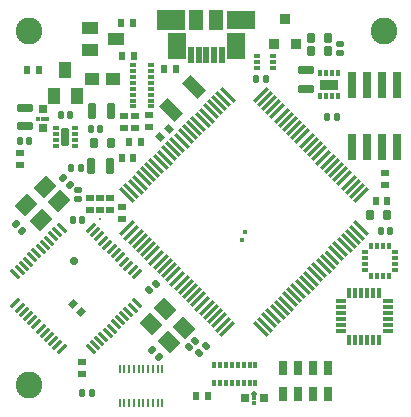
<source format=gts>
G04 Layer_Color=8388736*
%FSLAX42Y42*%
%MOMM*%
G71*
G01*
G75*
G04:AMPARAMS|DCode=23|XSize=0.61mm|YSize=0.91mm|CornerRadius=0.15mm|HoleSize=0mm|Usage=FLASHONLY|Rotation=180.000|XOffset=0mm|YOffset=0mm|HoleType=Round|Shape=RoundedRectangle|*
%AMROUNDEDRECTD23*
21,1,0.61,0.61,0,0,180.0*
21,1,0.30,0.91,0,0,180.0*
1,1,0.30,-0.15,0.30*
1,1,0.30,0.15,0.30*
1,1,0.30,0.15,-0.30*
1,1,0.30,-0.15,-0.30*
%
%ADD23ROUNDEDRECTD23*%
G04:AMPARAMS|DCode=24|XSize=0.71mm|YSize=1.32mm|CornerRadius=0.18mm|HoleSize=0mm|Usage=FLASHONLY|Rotation=90.000|XOffset=0mm|YOffset=0mm|HoleType=Round|Shape=RoundedRectangle|*
%AMROUNDEDRECTD24*
21,1,0.71,0.97,0,0,90.0*
21,1,0.36,1.32,0,0,90.0*
1,1,0.36,0.48,0.18*
1,1,0.36,0.48,-0.18*
1,1,0.36,-0.48,-0.18*
1,1,0.36,-0.48,0.18*
%
%ADD24ROUNDEDRECTD24*%
G04:AMPARAMS|DCode=25|XSize=0.51mm|YSize=0.61mm|CornerRadius=0.13mm|HoleSize=0mm|Usage=FLASHONLY|Rotation=90.000|XOffset=0mm|YOffset=0mm|HoleType=Round|Shape=RoundedRectangle|*
%AMROUNDEDRECTD25*
21,1,0.51,0.36,0,0,90.0*
21,1,0.25,0.61,0,0,90.0*
1,1,0.25,0.18,0.13*
1,1,0.25,0.18,-0.13*
1,1,0.25,-0.18,-0.13*
1,1,0.25,-0.18,0.13*
%
%ADD25ROUNDEDRECTD25*%
G04:AMPARAMS|DCode=26|XSize=0.51mm|YSize=0.61mm|CornerRadius=0.13mm|HoleSize=0mm|Usage=FLASHONLY|Rotation=0.000|XOffset=0mm|YOffset=0mm|HoleType=Round|Shape=RoundedRectangle|*
%AMROUNDEDRECTD26*
21,1,0.51,0.36,0,0,0.0*
21,1,0.25,0.61,0,0,0.0*
1,1,0.25,0.13,-0.18*
1,1,0.25,-0.13,-0.18*
1,1,0.25,-0.13,0.18*
1,1,0.25,0.13,0.18*
%
%ADD26ROUNDEDRECTD26*%
G04:AMPARAMS|DCode=38|XSize=0.71mm|YSize=1.32mm|CornerRadius=0.18mm|HoleSize=0mm|Usage=FLASHONLY|Rotation=0.000|XOffset=0mm|YOffset=0mm|HoleType=Round|Shape=RoundedRectangle|*
%AMROUNDEDRECTD38*
21,1,0.71,0.97,0,0,0.0*
21,1,0.36,1.32,0,0,0.0*
1,1,0.36,0.18,-0.48*
1,1,0.36,-0.18,-0.48*
1,1,0.36,-0.18,0.48*
1,1,0.36,0.18,0.48*
%
%ADD38ROUNDEDRECTD38*%
G04:AMPARAMS|DCode=52|XSize=0.51mm|YSize=0.61mm|CornerRadius=0.13mm|HoleSize=0mm|Usage=FLASHONLY|Rotation=315.000|XOffset=0mm|YOffset=0mm|HoleType=Round|Shape=RoundedRectangle|*
%AMROUNDEDRECTD52*
21,1,0.51,0.36,0,0,315.0*
21,1,0.25,0.61,0,0,315.0*
1,1,0.25,-0.04,-0.22*
1,1,0.25,-0.22,-0.04*
1,1,0.25,0.04,0.22*
1,1,0.25,0.22,0.04*
%
%ADD52ROUNDEDRECTD52*%
G04:AMPARAMS|DCode=56|XSize=0.51mm|YSize=0.61mm|CornerRadius=0.13mm|HoleSize=0mm|Usage=FLASHONLY|Rotation=225.000|XOffset=0mm|YOffset=0mm|HoleType=Round|Shape=RoundedRectangle|*
%AMROUNDEDRECTD56*
21,1,0.51,0.36,0,0,225.0*
21,1,0.25,0.61,0,0,225.0*
1,1,0.25,-0.22,0.04*
1,1,0.25,-0.04,0.22*
1,1,0.25,0.22,-0.04*
1,1,0.25,0.04,-0.22*
%
%ADD56ROUNDEDRECTD56*%
%ADD65R,0.46X0.46*%
%ADD106R,0.56X0.66*%
%ADD107R,0.66X0.56*%
G04:AMPARAMS|DCode=108|XSize=0.56mm|YSize=0.66mm|CornerRadius=0mm|HoleSize=0mm|Usage=FLASHONLY|Rotation=225.000|XOffset=0mm|YOffset=0mm|HoleType=Round|Shape=Rectangle|*
%AMROTATEDRECTD108*
4,1,4,-0.04,0.43,0.43,-0.04,0.04,-0.43,-0.43,0.04,-0.04,0.43,0.0*
%
%ADD108ROTATEDRECTD108*%

%ADD109R,0.25X0.76*%
%ADD110R,0.36X0.56*%
%ADD111R,1.65X0.97*%
%ADD112R,0.66X0.66*%
G04:AMPARAMS|DCode=113|XSize=0.46mm|YSize=0.46mm|CornerRadius=0.13mm|HoleSize=0mm|Usage=FLASHONLY|Rotation=0.000|XOffset=0mm|YOffset=0mm|HoleType=Round|Shape=RoundedRectangle|*
%AMROUNDEDRECTD113*
21,1,0.46,0.20,0,0,0.0*
21,1,0.20,0.46,0,0,0.0*
1,1,0.25,0.10,-0.10*
1,1,0.25,-0.10,-0.10*
1,1,0.25,-0.10,0.10*
1,1,0.25,0.10,0.10*
%
%ADD113ROUNDEDRECTD113*%
%ADD114R,0.46X0.46*%
%ADD115R,0.66X0.66*%
G04:AMPARAMS|DCode=116|XSize=1.07mm|YSize=1.85mm|CornerRadius=0mm|HoleSize=0mm|Usage=FLASHONLY|Rotation=45.000|XOffset=0mm|YOffset=0mm|HoleType=Round|Shape=Rectangle|*
%AMROTATEDRECTD116*
4,1,4,0.28,-1.03,-1.03,0.28,-0.28,1.03,1.03,-0.28,0.28,-1.03,0.0*
%
%ADD116ROTATEDRECTD116*%

%ADD117R,0.86X0.97*%
%ADD122R,0.51X0.36*%
%ADD123R,0.36X0.51*%
%ADD124R,0.43X0.56*%
%ADD125R,0.30X0.56*%
%ADD126R,0.86X0.36*%
%ADD127R,0.36X0.86*%
%ADD128R,1.47X1.07*%
%ADD129R,0.56X0.43*%
%ADD130R,0.56X0.30*%
%ADD131R,1.07X1.47*%
%ADD132R,1.17X1.07*%
%ADD134R,0.56X0.36*%
G04:AMPARAMS|DCode=135|XSize=0.56mm|YSize=0.36mm|CornerRadius=0.09mm|HoleSize=0mm|Usage=FLASHONLY|Rotation=0.000|XOffset=0mm|YOffset=0mm|HoleType=Round|Shape=RoundedRectangle|*
%AMROUNDEDRECTD135*
21,1,0.56,0.18,0,0,0.0*
21,1,0.39,0.36,0,0,0.0*
1,1,0.17,0.19,-0.09*
1,1,0.17,-0.19,-0.09*
1,1,0.17,-0.19,0.09*
1,1,0.17,0.19,0.09*
%
%ADD135ROUNDEDRECTD135*%
G04:AMPARAMS|DCode=136|XSize=0.76mm|YSize=1.47mm|CornerRadius=0.17mm|HoleSize=0mm|Usage=FLASHONLY|Rotation=0.000|XOffset=0mm|YOffset=0mm|HoleType=Round|Shape=RoundedRectangle|*
%AMROUNDEDRECTD136*
21,1,0.76,1.14,0,0,0.0*
21,1,0.43,1.47,0,0,0.0*
1,1,0.34,0.21,-0.57*
1,1,0.34,-0.21,-0.57*
1,1,0.34,-0.21,0.57*
1,1,0.34,0.21,0.57*
%
%ADD136ROUNDEDRECTD136*%
%ADD137R,0.51X0.36*%
%ADD138R,0.66X2.26*%
G04:AMPARAMS|DCode=139|XSize=0.36mm|YSize=1.57mm|CornerRadius=0mm|HoleSize=0mm|Usage=FLASHONLY|Rotation=45.000|XOffset=0mm|YOffset=0mm|HoleType=Round|Shape=Rectangle|*
%AMROTATEDRECTD139*
4,1,4,0.43,-0.68,-0.68,0.43,-0.43,0.68,0.68,-0.43,0.43,-0.68,0.0*
%
%ADD139ROTATEDRECTD139*%

G04:AMPARAMS|DCode=140|XSize=1.57mm|YSize=0.36mm|CornerRadius=0mm|HoleSize=0mm|Usage=FLASHONLY|Rotation=45.000|XOffset=0mm|YOffset=0mm|HoleType=Round|Shape=Rectangle|*
%AMROTATEDRECTD140*
4,1,4,-0.43,-0.68,-0.68,-0.43,0.43,0.68,0.68,0.43,-0.43,-0.68,0.0*
%
%ADD140ROTATEDRECTD140*%

G04:AMPARAMS|DCode=141|XSize=0.36mm|YSize=1.55mm|CornerRadius=0mm|HoleSize=0mm|Usage=FLASHONLY|Rotation=45.000|XOffset=0mm|YOffset=0mm|HoleType=Round|Shape=Rectangle|*
%AMROTATEDRECTD141*
4,1,4,0.42,-0.67,-0.67,0.42,-0.42,0.67,0.67,-0.42,0.42,-0.67,0.0*
%
%ADD141ROTATEDRECTD141*%

%ADD142R,0.51X1.35*%
%ADD143R,1.55X2.16*%
%ADD144R,2.44X1.65*%
%ADD145R,2.44X1.66*%
%ADD146R,1.24X1.66*%
G04:AMPARAMS|DCode=148|XSize=1.47mm|YSize=1.27mm|CornerRadius=0mm|HoleSize=0mm|Usage=FLASHONLY|Rotation=45.000|XOffset=0mm|YOffset=0mm|HoleType=Round|Shape=Rectangle|*
%AMROTATEDRECTD148*
4,1,4,-0.07,-0.97,-0.97,-0.07,0.07,0.97,0.97,0.07,-0.07,-0.97,0.0*
%
%ADD148ROTATEDRECTD148*%

G04:AMPARAMS|DCode=149|XSize=1.07mm|YSize=0.3mm|CornerRadius=0mm|HoleSize=0mm|Usage=FLASHONLY|Rotation=225.000|XOffset=0mm|YOffset=0mm|HoleType=Round|Shape=Rectangle|*
%AMROTATEDRECTD149*
4,1,4,0.27,0.48,0.48,0.27,-0.27,-0.48,-0.48,-0.27,0.27,0.48,0.0*
%
%ADD149ROTATEDRECTD149*%

G04:AMPARAMS|DCode=150|XSize=0.3mm|YSize=1.07mm|CornerRadius=0mm|HoleSize=0mm|Usage=FLASHONLY|Rotation=225.000|XOffset=0mm|YOffset=0mm|HoleType=Round|Shape=Rectangle|*
%AMROTATEDRECTD150*
4,1,4,-0.27,0.48,0.48,-0.27,0.27,-0.48,-0.48,0.27,-0.27,0.48,0.0*
%
%ADD150ROTATEDRECTD150*%

%ADD152R,0.66X1.17*%
G04:AMPARAMS|DCode=153|XSize=1.47mm|YSize=1.27mm|CornerRadius=0mm|HoleSize=0mm|Usage=FLASHONLY|Rotation=135.000|XOffset=0mm|YOffset=0mm|HoleType=Round|Shape=Rectangle|*
%AMROTATEDRECTD153*
4,1,4,0.97,-0.07,0.07,-0.97,-0.97,0.07,-0.07,0.97,0.97,-0.07,0.0*
%
%ADD153ROTATEDRECTD153*%

G04:AMPARAMS|DCode=154|XSize=0.56mm|YSize=0.66mm|CornerRadius=0mm|HoleSize=0mm|Usage=FLASHONLY|Rotation=315.000|XOffset=0mm|YOffset=0mm|HoleType=Round|Shape=Rectangle|*
%AMROTATEDRECTD154*
4,1,4,-0.43,-0.04,0.04,0.43,0.43,0.04,-0.04,-0.43,-0.43,-0.04,0.0*
%
%ADD154ROTATEDRECTD154*%

%ADD155R,0.51X0.51*%
%ADD156C,0.71*%
%ADD157C,2.26*%
%ADD158C,0.45*%
%ADD159C,0.25*%
D23*
X5320Y5855D02*
D03*
X5180D02*
D03*
X5320Y5966D02*
D03*
X5180D02*
D03*
X3341Y5072D02*
D03*
X3481D02*
D03*
X5678Y4463D02*
D03*
X5818D02*
D03*
D24*
X5136Y5696D02*
D03*
X5136Y5536D02*
D03*
X2751Y5376D02*
D03*
Y5216D02*
D03*
D25*
X5423Y5835D02*
D03*
Y5915D02*
D03*
X3203Y4598D02*
D03*
Y4678D02*
D03*
D26*
X5849Y4331D02*
D03*
X5769D02*
D03*
X3136Y5314D02*
D03*
X3056D02*
D03*
X3310Y5194D02*
D03*
X3390D02*
D03*
X2791Y5093D02*
D03*
X2711D02*
D03*
X3319Y2959D02*
D03*
X3239D02*
D03*
X3228Y4864D02*
D03*
X3148D02*
D03*
X4712Y5621D02*
D03*
X4792D02*
D03*
X3238Y4427D02*
D03*
X3158D02*
D03*
X5394Y5298D02*
D03*
X5314D02*
D03*
D38*
X3471Y4877D02*
D03*
X3311D02*
D03*
X3481Y5344D02*
D03*
X3321D02*
D03*
D52*
X2677Y4387D02*
D03*
X2733Y4330D02*
D03*
X3078Y4776D02*
D03*
X3135Y4719D02*
D03*
X3830Y3323D02*
D03*
X3887Y3266D02*
D03*
D56*
X3861Y3884D02*
D03*
X3805Y3827D02*
D03*
X4283Y3353D02*
D03*
X4226Y3297D02*
D03*
X4140Y3345D02*
D03*
X4196Y3401D02*
D03*
D65*
X4696Y2873D02*
D03*
Y2913D02*
D03*
D03*
D106*
X4030Y5702D02*
D03*
X3929D02*
D03*
X5823Y4582D02*
D03*
X5723D02*
D03*
X3675Y5814D02*
D03*
X3575D02*
D03*
X3665Y6088D02*
D03*
X3564D02*
D03*
X3673Y4953D02*
D03*
X3572D02*
D03*
X3736Y5083D02*
D03*
X3636D02*
D03*
X2771Y5692D02*
D03*
X2872D02*
D03*
X4205Y2933D02*
D03*
X4306D02*
D03*
D107*
X3802Y5208D02*
D03*
Y5309D02*
D03*
X3386Y4507D02*
D03*
Y4608D02*
D03*
X3472Y4507D02*
D03*
Y4608D02*
D03*
X5806Y4818D02*
D03*
Y4718D02*
D03*
X3594Y5306D02*
D03*
Y5205D02*
D03*
X3686Y5306D02*
D03*
Y5205D02*
D03*
X2710Y4890D02*
D03*
Y4990D02*
D03*
X3238Y3223D02*
D03*
Y3122D02*
D03*
X3579Y4534D02*
D03*
Y4433D02*
D03*
X3302Y4608D02*
D03*
Y4507D02*
D03*
D108*
X3970Y5197D02*
D03*
X3899Y5125D02*
D03*
D109*
X3556Y3160D02*
D03*
Y2878D02*
D03*
X3596Y3160D02*
D03*
Y2878D02*
D03*
X3636Y3160D02*
D03*
Y2878D02*
D03*
X3676Y3160D02*
D03*
Y2878D02*
D03*
X3716Y3160D02*
D03*
Y2878D02*
D03*
X3757Y3160D02*
D03*
Y2878D02*
D03*
X3797Y3160D02*
D03*
Y2878D02*
D03*
X3838Y3160D02*
D03*
X3879D02*
D03*
X3917D02*
D03*
X3838Y2878D02*
D03*
X3879D02*
D03*
X3917D02*
D03*
D110*
X5406Y5474D02*
D03*
X5356D02*
D03*
X5306D02*
D03*
X5255D02*
D03*
Y5665D02*
D03*
X5306D02*
D03*
X5356D02*
D03*
X5406D02*
D03*
D111*
X5331Y5570D02*
D03*
D112*
X4616Y2913D02*
D03*
X4778D02*
D03*
D113*
X4696Y2954D02*
D03*
D114*
X2944Y5283D02*
D03*
X2863D02*
D03*
X2903D02*
D03*
D115*
Y5202D02*
D03*
Y5363D02*
D03*
D116*
X3988Y5354D02*
D03*
X4187Y5554D02*
D03*
D117*
X4861Y5917D02*
D03*
X5052D02*
D03*
X4956Y6129D02*
D03*
D122*
X5888Y4002D02*
D03*
Y4052D02*
D03*
Y4153D02*
D03*
X5631Y4002D02*
D03*
Y4153D02*
D03*
Y4052D02*
D03*
Y4102D02*
D03*
X5888D02*
D03*
D123*
X5683Y3949D02*
D03*
X5834D02*
D03*
X5784D02*
D03*
X5683Y4206D02*
D03*
X5834D02*
D03*
X5784D02*
D03*
X5733Y3949D02*
D03*
Y4206D02*
D03*
D124*
X4354Y3198D02*
D03*
X4704D02*
D03*
Y3047D02*
D03*
X4354D02*
D03*
D125*
X4404Y3198D02*
D03*
X4454D02*
D03*
X4504D02*
D03*
X4554D02*
D03*
X4605D02*
D03*
X4656D02*
D03*
Y3047D02*
D03*
X4605D02*
D03*
X4554D02*
D03*
X4504D02*
D03*
X4454D02*
D03*
X4404D02*
D03*
D126*
X5426Y3736D02*
D03*
Y3686D02*
D03*
Y3635D02*
D03*
Y3584D02*
D03*
Y3534D02*
D03*
Y3484D02*
D03*
X5827D02*
D03*
Y3534D02*
D03*
Y3584D02*
D03*
Y3635D02*
D03*
Y3686D02*
D03*
Y3736D02*
D03*
D127*
X5501Y3409D02*
D03*
X5551D02*
D03*
X5601D02*
D03*
X5651D02*
D03*
X5702D02*
D03*
X5753D02*
D03*
Y3810D02*
D03*
X5702D02*
D03*
X5651D02*
D03*
X5601D02*
D03*
X5551D02*
D03*
X5501D02*
D03*
D128*
X3523Y5956D02*
D03*
X3301Y5860D02*
D03*
Y6051D02*
D03*
D129*
X3670Y5385D02*
D03*
Y5735D02*
D03*
X3822D02*
D03*
Y5385D02*
D03*
D130*
X3670Y5435D02*
D03*
Y5485D02*
D03*
Y5535D02*
D03*
Y5585D02*
D03*
Y5636D02*
D03*
Y5687D02*
D03*
X3822D02*
D03*
Y5636D02*
D03*
Y5585D02*
D03*
Y5535D02*
D03*
Y5485D02*
D03*
Y5435D02*
D03*
D131*
X3001Y5470D02*
D03*
X3193D02*
D03*
X3096Y5692D02*
D03*
D132*
X3496Y5621D02*
D03*
X3325D02*
D03*
D134*
X3016Y5199D02*
D03*
D135*
Y5149D02*
D03*
Y5098D02*
D03*
Y5048D02*
D03*
X3178D02*
D03*
Y5098D02*
D03*
Y5149D02*
D03*
Y5199D02*
D03*
D136*
X3096Y5123D02*
D03*
D137*
X4715Y5712D02*
D03*
Y5813D02*
D03*
Y5763D02*
D03*
X4851Y5712D02*
D03*
Y5763D02*
D03*
Y5813D02*
D03*
D138*
X5908Y5568D02*
D03*
X5781D02*
D03*
X5654D02*
D03*
X5527D02*
D03*
Y5044D02*
D03*
X5654D02*
D03*
X5781D02*
D03*
X5908D02*
D03*
D139*
X3620Y4635D02*
D03*
X3655Y4670D02*
D03*
X3691Y4705D02*
D03*
X3726Y4741D02*
D03*
X3762Y4776D02*
D03*
X3797Y4812D02*
D03*
X3832Y4847D02*
D03*
X3868Y4882D02*
D03*
X3903Y4918D02*
D03*
X3938Y4953D02*
D03*
X3974Y4988D02*
D03*
X4009Y5024D02*
D03*
X4044Y5059D02*
D03*
X4080Y5095D02*
D03*
X4116Y5131D02*
D03*
X4152Y5167D02*
D03*
X4186Y5201D02*
D03*
X4222Y5237D02*
D03*
X4258Y5273D02*
D03*
X4292Y5307D02*
D03*
X4328Y5343D02*
D03*
X4364Y5379D02*
D03*
X4398Y5413D02*
D03*
X4434Y5449D02*
D03*
X4470Y5485D02*
D03*
X5601Y4353D02*
D03*
X5566Y4317D02*
D03*
X5530Y4281D02*
D03*
X5495Y4247D02*
D03*
X5460Y4211D02*
D03*
X5424Y4175D02*
D03*
X5390Y4141D02*
D03*
X5318Y4069D02*
D03*
X5284Y4035D02*
D03*
X5248Y3999D02*
D03*
X5212Y3963D02*
D03*
X5176Y3928D02*
D03*
X5140Y3892D02*
D03*
X5105Y3857D02*
D03*
X5070Y3822D02*
D03*
X5034Y3786D02*
D03*
X4999Y3751D02*
D03*
X4964Y3715D02*
D03*
X4928Y3680D02*
D03*
X4893Y3645D02*
D03*
X4858Y3609D02*
D03*
X4822Y3574D02*
D03*
X4787Y3539D02*
D03*
X4752Y3503D02*
D03*
D140*
X4750Y5485D02*
D03*
X4786Y5449D02*
D03*
X4822Y5413D02*
D03*
X4856Y5379D02*
D03*
X4892Y5343D02*
D03*
X4928Y5307D02*
D03*
X4962Y5273D02*
D03*
X4998Y5237D02*
D03*
X5034Y5201D02*
D03*
X5068Y5167D02*
D03*
X5104Y5131D02*
D03*
X5140Y5095D02*
D03*
X5176Y5059D02*
D03*
X5211Y5024D02*
D03*
X5247Y4988D02*
D03*
X5282Y4953D02*
D03*
X5317Y4918D02*
D03*
X5353Y4882D02*
D03*
X5388Y4847D02*
D03*
X5423Y4812D02*
D03*
X5459Y4776D02*
D03*
X5494Y4741D02*
D03*
X5529Y4705D02*
D03*
X5565Y4670D02*
D03*
X5600Y4635D02*
D03*
X4469Y3503D02*
D03*
X4433Y3539D02*
D03*
X4398Y3574D02*
D03*
X4363Y3609D02*
D03*
X4327Y3645D02*
D03*
X4292Y3680D02*
D03*
X4257Y3715D02*
D03*
X4221Y3751D02*
D03*
X4186Y3786D02*
D03*
X4150Y3822D02*
D03*
X4115Y3857D02*
D03*
X4080Y3892D02*
D03*
X4044Y3928D02*
D03*
X4008Y3963D02*
D03*
X3973Y3999D02*
D03*
X3937Y4035D02*
D03*
X3903Y4069D02*
D03*
X3867Y4105D02*
D03*
X3831Y4141D02*
D03*
X3797Y4175D02*
D03*
X3761Y4211D02*
D03*
X3725Y4247D02*
D03*
X3691Y4281D02*
D03*
X3655Y4317D02*
D03*
X3619Y4353D02*
D03*
D141*
X5354Y4105D02*
D03*
D142*
X4290Y5824D02*
D03*
X4356D02*
D03*
X4225D02*
D03*
X4160D02*
D03*
X4422D02*
D03*
D143*
X4542Y5895D02*
D03*
X4040D02*
D03*
D144*
X4587Y6117D02*
D03*
D145*
X3995D02*
D03*
D146*
X4206D02*
D03*
X4374D02*
D03*
D148*
X2764Y4548D02*
D03*
X2921Y4704D02*
D03*
X2886Y4426D02*
D03*
X3042Y4583D02*
D03*
D149*
X3311Y4356D02*
D03*
X3347Y4320D02*
D03*
X3382Y4285D02*
D03*
X3418Y4250D02*
D03*
X3453Y4214D02*
D03*
X3488Y4179D02*
D03*
X3524Y4143D02*
D03*
X3560Y4107D02*
D03*
X3596Y4071D02*
D03*
X3630Y4037D02*
D03*
X3666Y4001D02*
D03*
X3702Y3965D02*
D03*
X3064Y3328D02*
D03*
X3028Y3363D02*
D03*
X2992Y3399D02*
D03*
X2958Y3434D02*
D03*
X2922Y3469D02*
D03*
X2886Y3505D02*
D03*
X2850Y3541D02*
D03*
X2815Y3576D02*
D03*
X2780Y3612D02*
D03*
X2744Y3647D02*
D03*
X2709Y3682D02*
D03*
X2674Y3718D02*
D03*
D150*
X3702D02*
D03*
X3666Y3682D02*
D03*
X3631Y3647D02*
D03*
X3596Y3612D02*
D03*
X3560Y3576D02*
D03*
X3525Y3541D02*
D03*
X3489Y3505D02*
D03*
X3454Y3469D02*
D03*
X3418Y3434D02*
D03*
X3383Y3399D02*
D03*
X3348Y3363D02*
D03*
X3312Y3328D02*
D03*
X2674Y3965D02*
D03*
X2710Y4001D02*
D03*
X2746Y4037D02*
D03*
X2780Y4071D02*
D03*
X2816Y4107D02*
D03*
X2852Y4143D02*
D03*
X2887Y4179D02*
D03*
X2923Y4214D02*
D03*
X2958Y4250D02*
D03*
X2993Y4285D02*
D03*
X3029Y4320D02*
D03*
X3064Y4356D02*
D03*
D152*
X4940Y3172D02*
D03*
X5065D02*
D03*
X5191D02*
D03*
X5316D02*
D03*
Y2951D02*
D03*
X5191D02*
D03*
X5065D02*
D03*
X4940D02*
D03*
D153*
X3977Y3389D02*
D03*
X3820Y3546D02*
D03*
X4098Y3510D02*
D03*
X3941Y3667D02*
D03*
D154*
X3229Y3645D02*
D03*
X3157Y3716D02*
D03*
D155*
X5291Y5570D02*
D03*
X5371D02*
D03*
D156*
X3170Y4080D02*
D03*
D157*
X5791Y6022D02*
D03*
X2791D02*
D03*
Y3023D02*
D03*
D158*
X4595Y4254D02*
D03*
X4615Y4321D02*
D03*
D159*
X3393Y4432D02*
D03*
M02*

</source>
